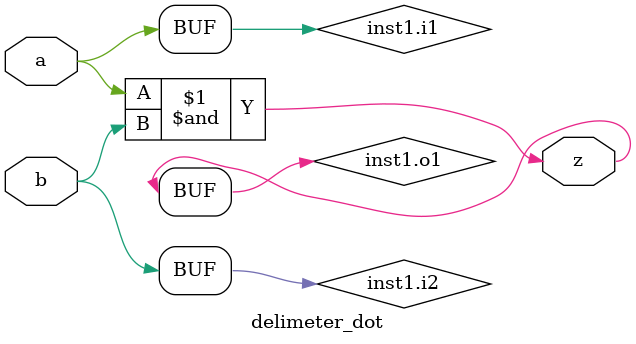
<source format=v>
module delimeter_dot(
        a,
        b,
        z
    );
    input a;
    input b;
    output z;
    wire \inst1.i1 ;
    wire \inst1.i2 ;
    wire \inst1.o1 ;
    assign \inst1.i1  = a;
    assign \inst1.i2  = b;
    assign z = \inst1.o1 ;
    assign \inst1.o1  = ( \inst1.i1  & \inst1.i2  );
endmodule 



</source>
